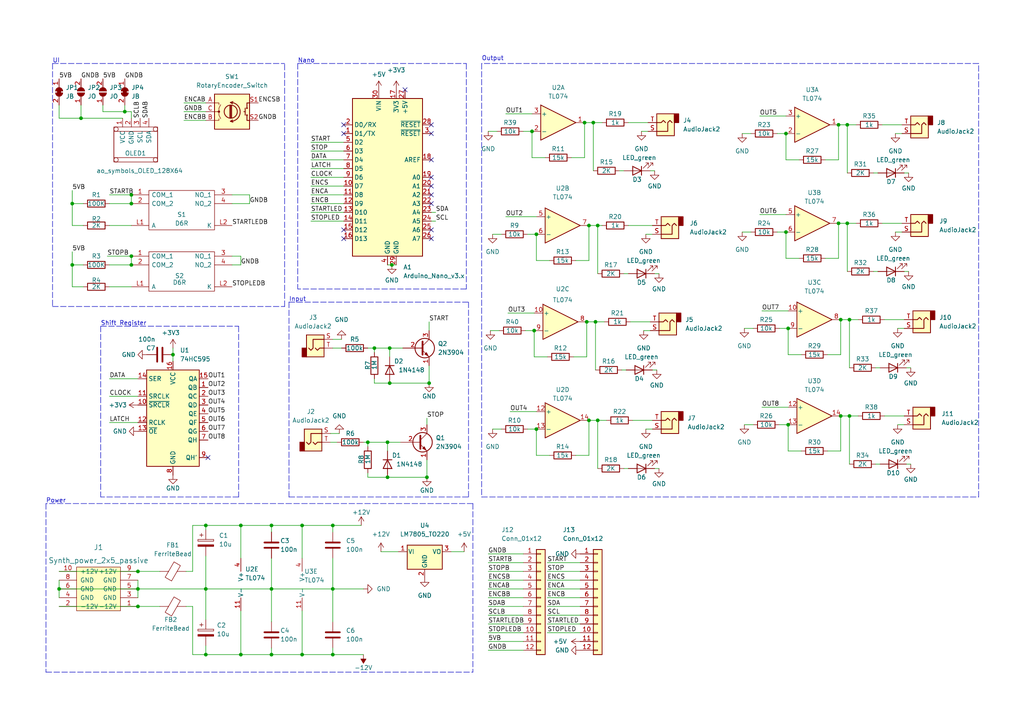
<source format=kicad_sch>
(kicad_sch (version 20211123) (generator eeschema)
  (paper "A4")
  (junction (at 78.74 189.865))
  (junction (at 50.165 102.87))
  (junction (at 243.84 92.71))
  (junction (at 170.18 93.345))
  (junction (at 155.575 124.46))
  (junction (at 246.38 120.65))
  (junction (at 243.205 36.195))
  (junction (at 87.63 152.4))
  (junction (at 78.74 152.4))
  (junction (at 113.03 100.965))
  (junction (at 96.52 152.4))
  (junction (at 38.1 74.295))
  (junction (at 155.575 67.945))
  (junction (at 172.72 93.345))
  (junction (at 40.005 165.735))
  (junction (at 170.815 65.405))
  (junction (at 246.38 92.71))
  (junction (at 172.085 35.56))
  (junction (at 227.965 67.31))
  (junction (at 170.815 121.92))
  (junction (at 96.52 189.865))
  (junction (at 38.1 59.055))
  (junction (at 17.145 170.815))
  (junction (at 96.52 170.815))
  (junction (at 87.63 189.865))
  (junction (at 112.395 138.43))
  (junction (at 36.195 32.385))
  (junction (at 227.965 38.735))
  (junction (at 173.355 121.92))
  (junction (at 59.69 170.815))
  (junction (at 113.665 76.835))
  (junction (at 59.69 152.4))
  (junction (at 113.03 111.125))
  (junction (at 154.94 95.885))
  (junction (at 20.955 76.835))
  (junction (at 245.745 36.195))
  (junction (at 38.1 56.515))
  (junction (at 40.005 170.815))
  (junction (at 112.395 128.27))
  (junction (at 78.74 170.815))
  (junction (at 108.585 100.965))
  (junction (at 243.205 64.77))
  (junction (at 106.68 128.27))
  (junction (at 228.6 95.25))
  (junction (at 173.355 65.405))
  (junction (at 40.005 175.895))
  (junction (at 20.955 59.055))
  (junction (at 59.69 189.865))
  (junction (at 228.6 123.19))
  (junction (at 169.545 35.56))
  (junction (at 123.825 138.43))
  (junction (at 38.1 76.835))
  (junction (at 124.46 111.125))
  (junction (at 243.84 120.65))
  (junction (at 154.305 38.1))
  (junction (at 23.495 34.29))
  (junction (at 69.85 189.865))
  (junction (at 69.85 152.4))
  (junction (at 245.745 64.77))
  (no_connect (at 125.095 53.975))
  (no_connect (at 125.095 59.055))
  (no_connect (at 125.095 51.435))
  (no_connect (at 125.095 56.515))
  (no_connect (at 117.475 26.035))
  (no_connect (at 99.695 38.735))
  (no_connect (at 99.695 36.195))
  (no_connect (at 125.095 46.355))
  (no_connect (at 125.095 36.195))
  (no_connect (at 125.095 38.735))
  (no_connect (at 125.095 66.675))
  (no_connect (at 99.695 66.675))
  (no_connect (at 99.695 69.215))
  (no_connect (at 125.095 69.215))
  (no_connect (at 60.325 132.715))
  (wire (pts (xy 78.74 152.4) (xy 78.74 154.305)))
  (wire (pts (xy 243.205 74.93) (xy 243.205 64.77)))
  (polyline (pts (xy 69.215 94.615) (xy 69.215 144.145)))
  (wire (pts (xy 243.205 36.195) (xy 245.745 36.195)))
  (wire (pts (xy 90.17 51.435) (xy 99.695 51.435)))
  (wire (pts (xy 158.75 165.735) (xy 168.275 165.735)))
  (polyline (pts (xy 139.7 144.145) (xy 283.845 144.145)))
  (wire (pts (xy 36.195 32.385) (xy 38.1 32.385)))
  (wire (pts (xy 141.605 160.655) (xy 151.765 160.655)))
  (wire (pts (xy 78.74 189.865) (xy 87.63 189.865)))
  (polyline (pts (xy 29.21 94.615) (xy 29.21 144.145)))
  (wire (pts (xy 95.885 125.73) (xy 98.425 125.73)))
  (wire (pts (xy 232.41 102.87) (xy 228.6 102.87)))
  (wire (pts (xy 106.68 138.43) (xy 112.395 138.43)))
  (wire (pts (xy 50.165 102.87) (xy 50.165 104.775)))
  (polyline (pts (xy 13.335 194.945) (xy 137.16 194.945)))
  (wire (pts (xy 153.035 67.945) (xy 155.575 67.945)))
  (wire (pts (xy 159.385 75.565) (xy 155.575 75.565)))
  (wire (pts (xy 158.75 173.355) (xy 168.275 173.355)))
  (wire (pts (xy 126.365 64.135) (xy 125.095 64.135)))
  (wire (pts (xy 155.575 132.08) (xy 155.575 124.46)))
  (wire (pts (xy 158.115 45.72) (xy 154.305 45.72)))
  (wire (pts (xy 173.355 135.89) (xy 173.355 121.92)))
  (wire (pts (xy 170.815 65.405) (xy 173.355 65.405)))
  (wire (pts (xy 226.06 123.19) (xy 228.6 123.19)))
  (wire (pts (xy 243.84 102.87) (xy 243.84 92.71)))
  (wire (pts (xy 141.605 186.055) (xy 151.765 186.055)))
  (wire (pts (xy 35.56 34.29) (xy 23.495 34.29)))
  (wire (pts (xy 220.98 118.11) (xy 228.6 118.11)))
  (wire (pts (xy 141.605 180.975) (xy 151.765 180.975)))
  (wire (pts (xy 245.745 50.165) (xy 245.745 36.195)))
  (wire (pts (xy 186.69 95.885) (xy 188.595 95.885)))
  (wire (pts (xy 173.355 121.92) (xy 175.895 121.92)))
  (wire (pts (xy 31.75 83.185) (xy 38.1 83.185)))
  (polyline (pts (xy 135.255 18.415) (xy 135.255 83.82)))
  (wire (pts (xy 191.135 79.375) (xy 189.865 79.375)))
  (wire (pts (xy 263.525 50.165) (xy 262.255 50.165)))
  (wire (pts (xy 87.63 161.925) (xy 87.63 152.4)))
  (polyline (pts (xy 83.82 87.63) (xy 83.82 144.145)))
  (polyline (pts (xy 83.82 144.145) (xy 135.89 144.145)))
  (wire (pts (xy 96.52 170.815) (xy 105.41 170.815)))
  (wire (pts (xy 147.955 119.38) (xy 155.575 119.38)))
  (wire (pts (xy 96.52 98.425) (xy 99.06 98.425)))
  (wire (pts (xy 17.145 170.815) (xy 17.145 173.355)))
  (wire (pts (xy 172.72 93.345) (xy 175.26 93.345)))
  (wire (pts (xy 167.005 132.08) (xy 170.815 132.08)))
  (wire (pts (xy 182.245 65.405) (xy 189.23 65.405)))
  (wire (pts (xy 141.605 165.735) (xy 151.765 165.735)))
  (wire (pts (xy 87.63 177.165) (xy 87.63 189.865)))
  (wire (pts (xy 254 106.68) (xy 255.27 106.68)))
  (wire (pts (xy 166.37 103.505) (xy 170.18 103.505)))
  (wire (pts (xy 169.545 45.72) (xy 169.545 35.56)))
  (wire (pts (xy 113.03 100.965) (xy 113.03 103.505)))
  (wire (pts (xy 108.585 109.855) (xy 108.585 111.125)))
  (wire (pts (xy 170.815 132.08) (xy 170.815 121.92)))
  (polyline (pts (xy 83.82 87.63) (xy 135.89 87.63)))
  (wire (pts (xy 38.1 32.385) (xy 38.1 34.29)))
  (wire (pts (xy 78.74 170.815) (xy 78.74 180.34)))
  (wire (pts (xy 183.515 121.92) (xy 189.23 121.92)))
  (wire (pts (xy 126.365 61.595) (xy 125.095 61.595)))
  (wire (pts (xy 53.975 165.735) (xy 55.88 165.735)))
  (wire (pts (xy 141.605 38.1) (xy 144.145 38.1)))
  (wire (pts (xy 40.005 168.275) (xy 40.005 170.815)))
  (wire (pts (xy 215.9 95.25) (xy 218.44 95.25)))
  (wire (pts (xy 180.34 107.315) (xy 181.61 107.315)))
  (wire (pts (xy 90.17 53.975) (xy 99.695 53.975)))
  (wire (pts (xy 142.875 124.46) (xy 145.415 124.46)))
  (wire (pts (xy 20.955 55.245) (xy 20.955 59.055)))
  (wire (pts (xy 152.4 95.885) (xy 154.94 95.885)))
  (wire (pts (xy 256.54 120.65) (xy 262.255 120.65)))
  (wire (pts (xy 141.605 168.275) (xy 151.765 168.275)))
  (wire (pts (xy 112.395 138.43) (xy 123.825 138.43)))
  (wire (pts (xy 17.145 34.29) (xy 23.495 34.29)))
  (wire (pts (xy 90.17 56.515) (xy 99.695 56.515)))
  (wire (pts (xy 123.825 138.43) (xy 123.825 133.35)))
  (wire (pts (xy 153.035 124.46) (xy 155.575 124.46)))
  (wire (pts (xy 59.69 161.29) (xy 59.69 170.815)))
  (wire (pts (xy 239.395 74.93) (xy 243.205 74.93)))
  (wire (pts (xy 255.905 36.195) (xy 261.62 36.195)))
  (wire (pts (xy 20.955 76.835) (xy 24.13 76.835)))
  (wire (pts (xy 159.385 132.08) (xy 155.575 132.08)))
  (wire (pts (xy 141.605 188.595) (xy 151.765 188.595)))
  (wire (pts (xy 112.395 128.27) (xy 116.205 128.27)))
  (wire (pts (xy 228.6 130.81) (xy 228.6 123.19)))
  (wire (pts (xy 55.88 152.4) (xy 59.69 152.4)))
  (wire (pts (xy 87.63 152.4) (xy 78.74 152.4)))
  (wire (pts (xy 67.31 76.835) (xy 69.85 76.835)))
  (wire (pts (xy 158.75 163.195) (xy 168.275 163.195)))
  (polyline (pts (xy 15.24 88.9) (xy 82.55 88.9)))
  (wire (pts (xy 259.715 67.31) (xy 261.62 67.31)))
  (wire (pts (xy 72.39 56.515) (xy 72.39 59.055)))
  (wire (pts (xy 141.605 175.895) (xy 151.765 175.895)))
  (polyline (pts (xy 283.845 18.415) (xy 139.7 18.415)))
  (wire (pts (xy 96.52 152.4) (xy 104.775 152.4)))
  (wire (pts (xy 154.94 103.505) (xy 154.94 95.885)))
  (wire (pts (xy 172.085 35.56) (xy 174.625 35.56)))
  (wire (pts (xy 95.885 128.27) (xy 97.79 128.27)))
  (polyline (pts (xy 86.36 18.415) (xy 135.255 18.415)))
  (wire (pts (xy 124.46 93.345) (xy 124.46 95.885)))
  (wire (pts (xy 96.52 100.965) (xy 99.06 100.965)))
  (wire (pts (xy 142.24 95.885) (xy 144.78 95.885)))
  (wire (pts (xy 31.75 122.555) (xy 40.005 122.555)))
  (polyline (pts (xy 15.24 18.415) (xy 82.55 18.415)))
  (wire (pts (xy 180.975 79.375) (xy 182.245 79.375)))
  (wire (pts (xy 31.75 109.855) (xy 40.005 109.855)))
  (wire (pts (xy 172.085 49.53) (xy 172.085 35.56)))
  (wire (pts (xy 190.5 107.315) (xy 189.23 107.315)))
  (wire (pts (xy 96.52 189.865) (xy 105.41 189.865)))
  (wire (pts (xy 158.75 178.435) (xy 168.275 178.435)))
  (wire (pts (xy 172.72 107.315) (xy 172.72 93.345)))
  (wire (pts (xy 180.975 135.89) (xy 182.245 135.89)))
  (wire (pts (xy 96.52 187.96) (xy 96.52 189.865)))
  (wire (pts (xy 90.17 61.595) (xy 99.695 61.595)))
  (polyline (pts (xy 86.36 18.415) (xy 86.36 83.82)))
  (wire (pts (xy 112.395 76.835) (xy 113.665 76.835)))
  (wire (pts (xy 155.575 75.565) (xy 155.575 67.945)))
  (wire (pts (xy 59.69 152.4) (xy 69.85 152.4)))
  (wire (pts (xy 220.345 33.655) (xy 227.965 33.655)))
  (wire (pts (xy 154.305 45.72) (xy 154.305 38.1)))
  (wire (pts (xy 108.585 100.965) (xy 108.585 102.235)))
  (wire (pts (xy 69.85 152.4) (xy 69.85 161.925)))
  (wire (pts (xy 40.005 170.815) (xy 59.69 170.815)))
  (wire (pts (xy 50.165 100.965) (xy 50.165 102.87)))
  (wire (pts (xy 173.355 79.375) (xy 173.355 65.405)))
  (wire (pts (xy 141.605 163.195) (xy 151.765 163.195)))
  (wire (pts (xy 31.75 76.835) (xy 38.1 76.835)))
  (wire (pts (xy 53.34 32.385) (xy 59.69 32.385)))
  (wire (pts (xy 59.69 189.865) (xy 59.69 187.325)))
  (wire (pts (xy 146.685 62.865) (xy 155.575 62.865)))
  (wire (pts (xy 264.16 134.62) (xy 262.89 134.62)))
  (wire (pts (xy 158.75 170.815) (xy 168.275 170.815)))
  (wire (pts (xy 240.03 102.87) (xy 243.84 102.87)))
  (wire (pts (xy 96.52 161.925) (xy 96.52 170.815)))
  (wire (pts (xy 59.69 170.815) (xy 78.74 170.815)))
  (wire (pts (xy 231.775 74.93) (xy 227.965 74.93)))
  (wire (pts (xy 191.135 135.89) (xy 189.865 135.89)))
  (wire (pts (xy 243.84 92.71) (xy 246.38 92.71)))
  (polyline (pts (xy 137.16 146.05) (xy 13.335 146.05)))
  (wire (pts (xy 158.75 180.975) (xy 168.275 180.975)))
  (wire (pts (xy 146.685 33.02) (xy 154.305 33.02)))
  (wire (pts (xy 67.31 56.515) (xy 72.39 56.515)))
  (wire (pts (xy 29.845 32.385) (xy 36.195 32.385)))
  (wire (pts (xy 246.38 120.65) (xy 248.92 120.65)))
  (wire (pts (xy 106.68 137.16) (xy 106.68 138.43)))
  (wire (pts (xy 228.6 102.87) (xy 228.6 95.25)))
  (wire (pts (xy 141.605 183.515) (xy 151.765 183.515)))
  (wire (pts (xy 232.41 130.81) (xy 228.6 130.81)))
  (wire (pts (xy 90.17 41.275) (xy 99.695 41.275)))
  (wire (pts (xy 141.605 173.355) (xy 151.765 173.355)))
  (wire (pts (xy 105.41 128.27) (xy 106.68 128.27)))
  (wire (pts (xy 225.425 67.31) (xy 227.965 67.31)))
  (wire (pts (xy 96.52 152.4) (xy 96.52 154.305)))
  (wire (pts (xy 220.345 62.23) (xy 227.965 62.23)))
  (wire (pts (xy 124.46 111.125) (xy 124.46 106.045)))
  (wire (pts (xy 264.16 106.68) (xy 262.89 106.68)))
  (wire (pts (xy 69.85 74.295) (xy 69.85 76.835)))
  (wire (pts (xy 189.865 49.53) (xy 188.595 49.53)))
  (wire (pts (xy 31.75 59.055) (xy 38.1 59.055)))
  (wire (pts (xy 38.1 56.515) (xy 38.1 59.055)))
  (wire (pts (xy 240.03 130.81) (xy 243.84 130.81)))
  (wire (pts (xy 245.745 78.74) (xy 245.745 64.77)))
  (wire (pts (xy 245.745 64.77) (xy 248.285 64.77)))
  (wire (pts (xy 227.965 74.93) (xy 227.965 67.31)))
  (wire (pts (xy 17.145 170.815) (xy 40.005 170.815)))
  (wire (pts (xy 254 134.62) (xy 255.27 134.62)))
  (wire (pts (xy 243.205 46.355) (xy 243.205 36.195)))
  (wire (pts (xy 182.88 93.345) (xy 188.595 93.345)))
  (polyline (pts (xy 135.89 144.145) (xy 135.89 87.63)))
  (wire (pts (xy 106.68 128.27) (xy 112.395 128.27)))
  (wire (pts (xy 158.75 103.505) (xy 154.94 103.505)))
  (wire (pts (xy 170.815 121.92) (xy 173.355 121.92)))
  (wire (pts (xy 215.9 123.19) (xy 218.44 123.19)))
  (wire (pts (xy 151.765 38.1) (xy 154.305 38.1)))
  (wire (pts (xy 96.52 170.815) (xy 96.52 180.34)))
  (wire (pts (xy 187.325 67.945) (xy 189.23 67.945)))
  (wire (pts (xy 243.84 130.81) (xy 243.84 120.65)))
  (wire (pts (xy 170.815 75.565) (xy 170.815 65.405)))
  (polyline (pts (xy 13.335 146.05) (xy 13.335 194.945)))
  (wire (pts (xy 110.49 160.02) (xy 115.57 160.02)))
  (wire (pts (xy 186.055 38.1) (xy 187.96 38.1)))
  (wire (pts (xy 243.205 64.77) (xy 245.745 64.77)))
  (wire (pts (xy 20.955 73.025) (xy 20.955 76.835)))
  (wire (pts (xy 108.585 100.965) (xy 113.03 100.965)))
  (wire (pts (xy 123.825 121.285) (xy 123.825 123.19)))
  (polyline (pts (xy 82.55 88.9) (xy 82.55 18.415)))
  (wire (pts (xy 246.38 106.68) (xy 246.38 92.71)))
  (wire (pts (xy 227.965 46.355) (xy 227.965 38.735)))
  (wire (pts (xy 170.18 93.345) (xy 172.72 93.345)))
  (polyline (pts (xy 29.21 94.615) (xy 69.215 94.615)))
  (wire (pts (xy 165.735 45.72) (xy 169.545 45.72)))
  (wire (pts (xy 215.265 67.31) (xy 217.805 67.31)))
  (wire (pts (xy 53.975 175.895) (xy 55.88 175.895)))
  (wire (pts (xy 259.715 38.735) (xy 261.62 38.735)))
  (wire (pts (xy 36.195 30.48) (xy 36.195 32.385)))
  (wire (pts (xy 246.38 92.71) (xy 248.92 92.71)))
  (wire (pts (xy 78.74 161.925) (xy 78.74 170.815)))
  (wire (pts (xy 67.31 74.295) (xy 69.85 74.295)))
  (wire (pts (xy 40.005 165.735) (xy 46.355 165.735)))
  (wire (pts (xy 67.31 59.055) (xy 72.39 59.055)))
  (wire (pts (xy 158.75 168.275) (xy 168.275 168.275)))
  (wire (pts (xy 260.35 95.25) (xy 262.255 95.25)))
  (wire (pts (xy 17.145 165.735) (xy 40.005 165.735)))
  (wire (pts (xy 253.365 78.74) (xy 254.635 78.74)))
  (wire (pts (xy 142.875 67.945) (xy 145.415 67.945)))
  (wire (pts (xy 55.88 189.865) (xy 59.69 189.865)))
  (wire (pts (xy 169.545 35.56) (xy 172.085 35.56)))
  (wire (pts (xy 106.68 128.27) (xy 106.68 129.54)))
  (wire (pts (xy 40.005 170.815) (xy 40.005 173.355)))
  (wire (pts (xy 90.17 46.355) (xy 99.695 46.355)))
  (wire (pts (xy 40.005 175.895) (xy 46.355 175.895)))
  (wire (pts (xy 108.585 111.125) (xy 113.03 111.125)))
  (wire (pts (xy 78.74 187.96) (xy 78.74 189.865)))
  (wire (pts (xy 90.17 64.135) (xy 99.695 64.135)))
  (wire (pts (xy 187.325 124.46) (xy 189.23 124.46)))
  (wire (pts (xy 17.145 30.48) (xy 17.145 34.29)))
  (wire (pts (xy 69.85 189.865) (xy 59.69 189.865)))
  (wire (pts (xy 225.425 38.735) (xy 227.965 38.735)))
  (wire (pts (xy 87.63 152.4) (xy 96.52 152.4)))
  (polyline (pts (xy 69.215 144.145) (xy 29.21 144.145)))
  (wire (pts (xy 31.75 114.935) (xy 40.005 114.935)))
  (polyline (pts (xy 135.255 83.82) (xy 86.36 83.82)))
  (wire (pts (xy 173.355 65.405) (xy 174.625 65.405)))
  (wire (pts (xy 20.955 59.055) (xy 24.13 59.055)))
  (wire (pts (xy 231.775 46.355) (xy 227.965 46.355)))
  (polyline (pts (xy 283.845 144.145) (xy 283.845 18.415)))
  (wire (pts (xy 226.06 95.25) (xy 228.6 95.25)))
  (wire (pts (xy 31.75 65.405) (xy 38.1 65.405)))
  (wire (pts (xy 253.365 50.165) (xy 254.635 50.165)))
  (wire (pts (xy 158.75 183.515) (xy 168.275 183.515)))
  (wire (pts (xy 59.69 170.815) (xy 59.69 179.705)))
  (wire (pts (xy 220.98 90.17) (xy 228.6 90.17)))
  (wire (pts (xy 141.605 170.815) (xy 151.765 170.815)))
  (wire (pts (xy 158.75 175.895) (xy 168.275 175.895)))
  (wire (pts (xy 90.17 43.815) (xy 99.695 43.815)))
  (wire (pts (xy 20.955 65.405) (xy 20.955 59.055)))
  (wire (pts (xy 90.17 48.895) (xy 99.695 48.895)))
  (wire (pts (xy 24.13 65.405) (xy 20.955 65.405)))
  (wire (pts (xy 29.845 30.48) (xy 29.845 32.385)))
  (wire (pts (xy 31.115 74.295) (xy 38.1 74.295)))
  (polyline (pts (xy 139.7 18.415) (xy 139.7 144.145)))
  (wire (pts (xy 113.03 100.965) (xy 116.84 100.965)))
  (wire (pts (xy 245.745 36.195) (xy 248.285 36.195)))
  (wire (pts (xy 182.245 35.56) (xy 187.96 35.56)))
  (wire (pts (xy 113.03 111.125) (xy 124.46 111.125)))
  (wire (pts (xy 243.84 120.65) (xy 246.38 120.65)))
  (wire (pts (xy 17.145 168.275) (xy 17.145 170.815)))
  (wire (pts (xy 246.38 134.62) (xy 246.38 120.65)))
  (wire (pts (xy 59.69 152.4) (xy 59.69 153.67)))
  (wire (pts (xy 24.13 83.185) (xy 20.955 83.185)))
  (wire (pts (xy 69.85 189.865) (xy 78.74 189.865)))
  (wire (pts (xy 55.88 175.895) (xy 55.88 189.865)))
  (wire (pts (xy 53.34 34.925) (xy 59.69 34.925)))
  (wire (pts (xy 78.74 170.815) (xy 96.52 170.815)))
  (wire (pts (xy 55.88 165.735) (xy 55.88 152.4)))
  (wire (pts (xy 130.81 160.02) (xy 134.62 160.02)))
  (wire (pts (xy 147.32 90.805) (xy 154.94 90.805)))
  (wire (pts (xy 20.955 83.185) (xy 20.955 76.835)))
  (wire (pts (xy 256.54 92.71) (xy 262.255 92.71)))
  (wire (pts (xy 90.17 59.055) (xy 99.695 59.055)))
  (wire (pts (xy 106.68 100.965) (xy 108.585 100.965)))
  (wire (pts (xy 167.005 75.565) (xy 170.815 75.565)))
  (wire (pts (xy 263.525 78.74) (xy 262.255 78.74)))
  (wire (pts (xy 31.75 56.515) (xy 38.1 56.515)))
  (wire (pts (xy 260.35 123.19) (xy 262.255 123.19)))
  (wire (pts (xy 17.145 175.895) (xy 40.005 175.895)))
  (wire (pts (xy 255.905 64.77) (xy 261.62 64.77)))
  (wire (pts (xy 215.265 38.735) (xy 217.805 38.735)))
  (wire (pts (xy 23.495 30.48) (xy 23.495 34.29)))
  (wire (pts (xy 170.18 103.505) (xy 170.18 93.345)))
  (wire (pts (xy 69.85 152.4) (xy 78.74 152.4)))
  (wire (pts (xy 53.34 29.845) (xy 59.69 29.845)))
  (wire (pts (xy 141.605 178.435) (xy 151.765 178.435)))
  (wire (pts (xy 179.705 49.53) (xy 180.975 49.53)))
  (wire (pts (xy 113.665 76.835) (xy 114.935 76.835)))
  (polyline (pts (xy 137.16 146.05) (xy 137.16 194.945)))
  (wire (pts (xy 96.52 189.865) (xy 87.63 189.865)))
  (wire (pts (xy 112.395 128.27) (xy 112.395 130.81)))
  (wire (pts (xy 69.85 177.165) (xy 69.85 189.865)))
  (polyline (pts (xy 15.24 18.415) (xy 15.24 88.9)))
  (wire (pts (xy 239.395 46.355) (xy 243.205 46.355)))
  (wire (pts (xy 38.1 74.295) (xy 38.1 76.835)))
  (text "Input" (at 83.82 87.63 0) (effects (font (size 1.27 1.27)) (justify left bottom)))
  (text "Nano" (at 86.36 18.415 0) (effects (font (size 1.27 1.27)) (justify left bottom)))
  (text "UI" (at 15.24 18.415 0) (effects (font (size 1.27 1.27)) (justify left bottom)))
  (text "Shift Register" (at 29.21 94.615 0) (effects (font (size 1.27 1.27)) (justify left bottom)))
  (text "Power" (at 13.335 146.05 0) (effects (font (size 1.27 1.27)) (justify left bottom)))
  (text "Output" (at 139.7 17.78 0) (effects (font (size 1.27 1.27)) (justify left bottom)))
  (label "SDA" (at 158.75 175.895 0))
  (label "STOPLEDB" (at 141.605 183.515 0))
  (label "STOPLEDB" (at 67.31 83.185 0))
  (label "STARTLED" (at 90.17 61.595 0))
  (label "SCL" (at 158.75 178.435 0))
  (label "OUT1" (at 60.325 109.855 0))
  (label "5VB" (at 17.145 22.86 0))
  (label "ENCB" (at 90.17 59.055 0))
  (label "ENCSB" (at 74.93 29.845 0))
  (label "ENCA" (at 158.75 170.815 0))
  (label "OUT4" (at 147.955 119.38 0))
  (label "GNDB" (at 141.605 188.595 0))
  (label "ENCAB" (at 53.34 29.845 0))
  (label "5VB" (at 29.845 22.86 0))
  (label "ENCBB" (at 53.34 34.925 0))
  (label "STARTLED" (at 158.75 180.975 0))
  (label "LATCH" (at 31.75 122.555 0))
  (label "GNDB" (at 23.495 22.86 0))
  (label "ENCB" (at 158.75 173.355 0))
  (label "STARTLEDB" (at 67.31 65.405 0))
  (label "CLOCK" (at 90.17 51.435 0))
  (label "SCL" (at 126.365 64.135 0))
  (label "START" (at 124.46 93.345 0))
  (label "5VB" (at 20.955 55.245 0))
  (label "STARTLEDB" (at 141.605 180.975 0))
  (label "GNDB" (at 72.39 59.055 0))
  (label "SDAB" (at 141.605 175.895 0))
  (label "ENCS" (at 158.75 168.275 0))
  (label "OUT5" (at 60.325 120.015 0))
  (label "OUT1" (at 146.685 33.02 0))
  (label "OUT5" (at 220.345 33.655 0))
  (label "STOPLED" (at 90.17 64.135 0))
  (label "5VB" (at 141.605 186.055 0))
  (label "LATCH" (at 90.17 48.895 0))
  (label "OUT6" (at 60.325 122.555 0))
  (label "SDA" (at 126.365 61.595 0))
  (label "STOPB" (at 31.115 74.295 0))
  (label "STOPLED" (at 158.75 183.515 0))
  (label "STARTB" (at 31.75 56.515 0))
  (label "GNDB" (at 141.605 160.655 0))
  (label "OUT2" (at 146.685 62.865 0))
  (label "OUT3" (at 147.32 90.805 0))
  (label "ENCSB" (at 141.605 168.275 0))
  (label "ENCA" (at 90.17 56.515 0))
  (label "OUT6" (at 220.345 62.23 0))
  (label "SCLB" (at 40.64 34.29 90))
  (label "DATA" (at 31.75 109.855 0))
  (label "DATA" (at 90.17 46.355 0))
  (label "SCLB" (at 141.605 178.435 0))
  (label "OUT7" (at 60.325 125.095 0))
  (label "5VB" (at 20.955 73.025 0))
  (label "GNDB" (at 36.195 22.86 0))
  (label "STOP" (at 123.825 121.285 0))
  (label "OUT8" (at 60.325 127.635 0))
  (label "GNDB" (at 74.93 34.925 0))
  (label "ENCAB" (at 141.605 170.815 0))
  (label "STOP" (at 158.75 165.735 0))
  (label "GNDB" (at 53.34 32.385 0))
  (label "OUT7" (at 220.98 90.17 0))
  (label "CLOCK" (at 31.75 114.935 0))
  (label "GNDB" (at 69.85 76.835 0))
  (label "OUT8" (at 220.98 118.11 0))
  (label "SDAB" (at 43.18 34.29 90))
  (label "OUT4" (at 60.325 117.475 0))
  (label "ENCBB" (at 141.605 173.355 0))
  (label "STOP" (at 90.17 43.815 0))
  (label "ENCS" (at 90.17 53.975 0))
  (label "START" (at 90.17 41.275 0))
  (label "START" (at 158.75 163.195 0))
  (label "STOPB" (at 141.605 165.735 0))
  (label "STARTB" (at 141.605 163.195 0))
  (label "OUT3" (at 60.325 114.935 0))
  (label "OUT2" (at 60.325 112.395 0))
  (symbol (lib_id "ao_symbols:R") (at 176.53 107.315 90) (unit 1)
    (property "Reference" "R16" (at 176.53 104.775 90))
    (property "Value" "2K" (at 176.53 107.315 90))
    (property "Footprint" "ao_tht:R_Axial_DIN0207_L6.3mm_D2.5mm_P10.16mm_Horizontal" (effects hide))
    (property "Vendor" "Tayda" (effects hide))
  )
  (symbol (lib_id "ao_symbols:Synth_power_2x5_passive") (at 28.575 170.815 0) (unit 1)
    (property "Reference" "J1" (at 28.575 158.75 0) (effects (font (size 1.524 1.524))))
    (property "Value" "Synth_power_2x5_passive" (at 28.575 162.56 0) (effects (font (size 1.524 1.524))))
    (property "Footprint" "ao_tht:Power_Header" (effects hide))
    (property "Vendor" "Tayda" (effects hide))
    (property "SKU" "A-2939" (effects hide))
  )
  (symbol (lib_id "ao_symbols:R") (at 175.895 49.53 90) (unit 1)
    (property "Reference" "R15" (at 175.895 46.99 90))
    (property "Value" "2K" (at 175.895 49.53 90))
    (property "Footprint" "ao_tht:R_Axial_DIN0207_L6.3mm_D2.5mm_P10.16mm_Horizontal" (effects hide))
    (property "Vendor" "Tayda" (effects hide))
  )
  (symbol (lib_id "power:GND") (at 215.9 95.25 0) (unit 1)
    (property "Reference" "#PWR0136" (effects hide))
    (property "Value" "GND" (at 215.9 100.33 0))
  )
  (symbol (lib_id "power:GND") (at 186.69 95.885 0) (unit 1)
    (property "Reference" "#PWR0144" (effects hide))
    (property "Value" "GND" (at 186.69 100.965 0))
  )
  (symbol (lib_id "ao_symbols:TL074") (at 163.195 121.92 0) (unit 4)
    (property "Reference" "U2" (at 163.195 113.03 0))
    (property "Value" "TL074" (at 163.195 115.57 0))
    (property "Footprint" "ao_tht:DIP-14_W7.62mm_Socket_LongPads" (effects hide))
    (property "Vendor" "Tayda" (effects hide))
    (property "SKU" "A-1138" (effects hide))
  )
  (symbol (lib_id "ao_symbols:R") (at 235.585 46.355 90) (unit 1)
    (property "Reference" "R27" (at 235.585 43.815 90))
    (property "Value" "15k" (at 235.585 46.355 90))
    (property "Footprint" "ao_tht:R_Axial_DIN0207_L6.3mm_D2.5mm_P10.16mm_Horizontal" (effects hide))
    (property "Vendor" "Tayda" (effects hide))
  )
  (symbol (lib_id "ao_symbols:CP") (at 59.69 157.48 0) (unit 1)
    (property "Reference" "C1" (at 63.5 155.3209 0) (effects (justify left)))
    (property "Value" "10u" (at 63.5 157.8609 0) (effects (justify left)))
    (property "Footprint" "ao_tht:CP_Radial_D6.3mm_P2.50mm" (effects hide))
    (property "Vendor" "Tayda" (effects hide))
  )
  (symbol (lib_id "ao_symbols:AudioJack2") (at 267.335 92.71 180) (unit 1)
    (property "Reference" "J10" (at 272.415 92.0749 0) (effects (justify right)))
    (property "Value" "AudioJack2" (at 272.415 94.6149 0) (effects (justify right)))
    (property "Footprint" "ao_tht:Jack_6.35mm_PJ_629HAN" (effects hide))
    (property "Vendor" "Tayda" (effects hide))
    (property "SKU" "A-1121" (effects hide))
  )
  (symbol (lib_id "ao_symbols:R") (at 235.585 74.93 90) (unit 1)
    (property "Reference" "R28" (at 235.585 72.39 90))
    (property "Value" "15k" (at 235.585 74.93 90))
    (property "Footprint" "ao_tht:R_Axial_DIN0207_L6.3mm_D2.5mm_P10.16mm_Horizontal" (effects hide))
    (property "Vendor" "Tayda" (effects hide))
  )
  (symbol (lib_id "power:+3V3") (at 114.935 26.035 0) (unit 1)
    (property "Reference" "#PWR05" (effects hide))
    (property "Value" "+3V3" (at 114.935 20.32 0))
  )
  (symbol (lib_id "power:GND") (at 191.135 79.375 0) (unit 1)
    (property "Reference" "#PWR0145" (effects hide))
    (property "Value" "GND" (at 191.135 83.82 0))
  )
  (symbol (lib_id "ao_symbols:C") (at 78.74 158.115 0) (unit 1)
    (property "Reference" "C3" (at 81.28 156.845 0) (effects (justify left)))
    (property "Value" "100n" (at 81.28 159.385 0) (effects (justify left)))
    (property "Footprint" "ao_tht:C_Rect_L7.2mm_W2.5mm_P5.00mm_FKS2_FKP2_MKS2_MKP2" (effects hide))
    (property "Vendor" "Tayda" (effects hide))
  )
  (symbol (lib_id "power:+5V") (at 109.855 26.035 0) (unit 1)
    (property "Reference" "#PWR0114" (effects hide))
    (property "Value" "+5V" (at 109.855 21.59 0))
  )
  (symbol (lib_id "ao_symbols:Arduino_Nano_v3.x") (at 112.395 51.435 0) (unit 1)
    (property "Reference" "A1" (at 116.9544 77.47 0) (effects (justify left)))
    (property "Value" "Arduino_Nano_v3.x" (at 116.9544 80.01 0) (effects (justify left)))
    (property "Footprint" "Module:Arduino_Nano" (effects hide))
    (property "Datasheet" "http://www.mouser.com/pdfdocs/Gravitech_Arduino_Nano3_0.pdf" (effects hide))
    (property "Vendor" "Tayda" (effects hide))
    (property "SKU" "A-2864" (effects hide))
  )
  (symbol (lib_id "ao_symbols:R") (at 236.22 102.87 90) (unit 1)
    (property "Reference" "R29" (at 236.22 100.33 90))
    (property "Value" "15k" (at 236.22 102.87 90))
    (property "Footprint" "ao_tht:R_Axial_DIN0207_L6.3mm_D2.5mm_P10.16mm_Horizontal" (effects hide))
    (property "Vendor" "Tayda" (effects hide))
  )
  (symbol (lib_id "ao_symbols:R") (at 252.095 36.195 90) (unit 1)
    (property "Reference" "R35" (at 252.095 33.655 90))
    (property "Value" "1k" (at 252.095 36.195 90))
    (property "Footprint" "ao_tht:R_Axial_DIN0207_L6.3mm_D2.5mm_P10.16mm_Horizontal" (effects hide))
    (property "Vendor" "Tayda" (effects hide))
  )
  (symbol (lib_id "ao_symbols:C") (at 78.74 184.15 180) (unit 1)
    (property "Reference" "C4" (at 81.28 182.88 0) (effects (justify right)))
    (property "Value" "100n" (at 81.28 185.42 0) (effects (justify right)))
    (property "Footprint" "ao_tht:C_Rect_L7.2mm_W2.5mm_P5.00mm_FKS2_FKP2_MKS2_MKP2" (effects hide))
    (property "Vendor" "Tayda" (effects hide))
  )
  (symbol (lib_id "ao_symbols:LED_green") (at 186.055 135.89 180) (unit 1)
    (property "Reference" "D6" (at 186.055 138.43 0))
    (property "Value" "LED_green" (at 186.69 132.08 0))
    (property "Footprint" "ao_tht:LED_D5.0mm" (effects hide))
    (property "Vendor" "Tayda" (effects hide))
    (property "SKU" "A-1553" (effects hide))
  )
  (symbol (lib_id "ao_symbols:TL074") (at 72.39 169.545 0) (unit 5)
    (property "Reference" "U2" (at 71.12 165.1 0) (effects (justify left)))
    (property "Value" "TL074" (at 71.12 167.64 0) (effects (justify left)))
    (property "Footprint" "ao_tht:DIP-14_W7.62mm_Socket_LongPads" (effects hide))
    (property "Vendor" "Tayda" (effects hide))
    (property "SKU" "A-1138" (effects hide))
  )
  (symbol (lib_id "power:GND") (at 98.425 125.73 180) (unit 1)
    (property "Reference" "#PWR0112" (effects hide))
    (property "Value" "GND" (at 98.425 120.65 0))
  )
  (symbol (lib_id "power:GND") (at 141.605 38.1 0) (unit 1)
    (property "Reference" "#PWR0124" (effects hide))
    (property "Value" "GND" (at 141.605 43.18 0))
  )
  (symbol (lib_id "ao_symbols:R") (at 222.25 95.25 90) (unit 1)
    (property "Reference" "R25" (at 222.25 92.71 90))
    (property "Value" "10k" (at 222.25 95.25 90))
    (property "Footprint" "ao_tht:R_Axial_DIN0207_L6.3mm_D2.5mm_P10.16mm_Horizontal" (effects hide))
    (property "Vendor" "Tayda" (effects hide))
  )
  (symbol (lib_id "power:GND") (at 186.055 38.1 0) (unit 1)
    (property "Reference" "#PWR0128" (effects hide))
    (property "Value" "GND" (at 186.055 43.18 0))
  )
  (symbol (lib_id "ao_symbols:R") (at 250.19 134.62 90) (unit 1)
    (property "Reference" "R34" (at 250.19 132.08 90))
    (property "Value" "2K" (at 250.19 134.62 90))
    (property "Footprint" "ao_tht:R_Axial_DIN0207_L6.3mm_D2.5mm_P10.16mm_Horizontal" (effects hide))
    (property "Vendor" "Tayda" (effects hide))
  )
  (symbol (lib_id "ao_symbols:D6R") (at 38.1 67.945 0) (unit 1)
    (property "Reference" "S1" (at 52.705 62.23 0))
    (property "Value" "D6R" (at 52.705 64.77 0))
    (property "Footprint" "ao_tht:D6R" (effects hide))
    (property "Datasheet" "https://assets.alliedelec.com/v1602325391/Datasheets/ab45f81cae5f142cfc7030fd0f594e31.pdf" (effects hide))
    (property "Description" "SPST Momentary Key Switches" (effects hide))
    (property "Height" "14.3" (effects hide))
    (property "Manufacturer_Name" "C & K COMPONENTS" (effects hide))
    (property "Manufacturer_Part_Number" "D6RLGNF1+LFS" (effects hide))
  )
  (symbol (lib_id "power:GND") (at 142.24 95.885 0) (unit 1)
    (property "Reference" "#PWR0113" (effects hide))
    (property "Value" "GND" (at 142.24 100.965 0))
  )
  (symbol (lib_id "power:+12V") (at 110.49 160.02 0) (unit 1)
    (property "Reference" "#PWR0103" (effects hide))
    (property "Value" "+12V" (at 110.49 154.94 0))
  )
  (symbol (lib_id "ao_symbols:R") (at 147.955 38.1 90) (unit 1)
    (property "Reference" "R39" (at 147.955 35.56 90))
    (property "Value" "10k" (at 147.955 38.1 90))
    (property "Footprint" "ao_tht:R_Axial_DIN0207_L6.3mm_D2.5mm_P10.16mm_Horizontal" (effects hide))
    (property "Vendor" "Tayda" (effects hide))
  )
  (symbol (lib_id "power:GND") (at 191.135 135.89 0) (unit 1)
    (property "Reference" "#PWR0142" (effects hide))
    (property "Value" "GND" (at 191.135 140.335 0))
  )
  (symbol (lib_id "ao_symbols:R") (at 249.555 78.74 90) (unit 1)
    (property "Reference" "R32" (at 249.555 76.2 90))
    (property "Value" "2K" (at 249.555 78.74 90))
    (property "Footprint" "ao_tht:R_Axial_DIN0207_L6.3mm_D2.5mm_P10.16mm_Horizontal" (effects hide))
    (property "Vendor" "Tayda" (effects hide))
  )
  (symbol (lib_id "power:GND") (at 124.46 111.125 0) (unit 1)
    (property "Reference" "#PWR0109" (effects hide))
    (property "Value" "GND" (at 124.46 114.935 0))
  )
  (symbol (lib_id "ao_symbols:TL074") (at 235.585 64.77 0) (unit 2)
    (property "Reference" "U3" (at 236.22 55.88 0))
    (property "Value" "TL074" (at 236.22 58.42 0))
    (property "Footprint" "ao_tht:DIP-14_W7.62mm_Socket_LongPads" (effects hide))
    (property "Vendor" "Tayda" (effects hide))
    (property "SKU" "A-1138" (effects hide))
  )
  (symbol (lib_id "ao_symbols:LED_green") (at 184.785 49.53 180) (unit 1)
    (property "Reference" "D3" (at 184.785 52.07 0))
    (property "Value" "LED_green" (at 185.42 45.72 0))
    (property "Footprint" "ao_tht:LED_D5.0mm" (effects hide))
    (property "Vendor" "Tayda" (effects hide))
    (property "SKU" "A-1553" (effects hide))
  )
  (symbol (lib_id "power:GND") (at 189.865 49.53 0) (unit 1)
    (property "Reference" "#PWR0129" (effects hide))
    (property "Value" "GND" (at 189.865 53.975 0))
  )
  (symbol (lib_id "ao_symbols:R") (at 101.6 128.27 90) (unit 1)
    (property "Reference" "R6" (at 101.6 125.73 90))
    (property "Value" "100k" (at 101.6 128.27 90))
    (property "Footprint" "ao_tht:R_Axial_DIN0207_L6.3mm_D2.5mm_P10.16mm_Horizontal" (effects hide))
    (property "Vendor" "Tayda" (effects hide))
  )
  (symbol (lib_id "power:GND") (at 187.325 124.46 0) (unit 1)
    (property "Reference" "#PWR0143" (effects hide))
    (property "Value" "GND" (at 187.325 129.54 0))
  )
  (symbol (lib_id "power:+3V3") (at 50.165 100.965 0) (unit 1)
    (property "Reference" "#PWR04" (effects hide))
    (property "Value" "+3V3" (at 49.53 96.52 0))
  )
  (symbol (lib_id "ao_symbols:R") (at 162.56 103.505 90) (unit 1)
    (property "Reference" "R12" (at 162.56 100.965 90))
    (property "Value" "15k" (at 162.56 103.505 90))
    (property "Footprint" "ao_tht:R_Axial_DIN0207_L6.3mm_D2.5mm_P10.16mm_Horizontal" (effects hide))
    (property "Vendor" "Tayda" (effects hide))
  )
  (symbol (lib_id "ao_symbols:R") (at 102.87 100.965 90) (unit 1)
    (property "Reference" "R5" (at 102.87 98.425 90))
    (property "Value" "100k" (at 102.87 100.965 90))
    (property "Footprint" "ao_tht:R_Axial_DIN0207_L6.3mm_D2.5mm_P10.16mm_Horizontal" (effects hide))
    (property "Vendor" "Tayda" (effects hide))
  )
  (symbol (lib_id "ao_symbols:TL074") (at 236.22 120.65 0) (unit 4)
    (property "Reference" "U3" (at 236.22 110.49 0))
    (property "Value" "TL074" (at 236.22 113.03 0))
    (property "Footprint" "ao_tht:DIP-14_W7.62mm_Socket_LongPads" (effects hide))
    (property "Vendor" "Tayda" (effects hide))
    (property "SKU" "A-1138" (effects hide))
  )
  (symbol (lib_id "ao_symbols:AudioJack2") (at 91.44 100.965 0) (unit 1)
    (property "Reference" "J3" (at 90.805 92.075 0))
    (property "Value" "AudioJack2" (at 90.805 94.615 0))
    (property "Footprint" "ao_tht:Jack_6.35mm_PJ_629HAN" (effects hide))
    (property "Vendor" "Tayda" (effects hide))
    (property "SKU" "A-1121" (effects hide))
  )
  (symbol (lib_id "ao_symbols:AudioJack2") (at 194.31 65.405 180) (unit 1)
    (property "Reference" "J6" (at 200.025 64.7699 0) (effects (justify right)))
    (property "Value" "AudioJack2" (at 200.025 67.3099 0) (effects (justify right)))
    (property "Footprint" "ao_tht:Jack_6.35mm_PJ_629HAN" (effects hide))
    (property "Vendor" "Tayda" (effects hide))
    (property "SKU" "A-1121" (effects hide))
  )
  (symbol (lib_id "ao_symbols:LED_green") (at 258.445 50.165 180) (unit 1)
    (property "Reference" "D7" (at 258.445 52.705 0))
    (property "Value" "LED_green" (at 259.08 46.355 0))
    (property "Footprint" "ao_tht:LED_D5.0mm" (effects hide))
    (property "Vendor" "Tayda" (effects hide))
    (property "SKU" "A-1553" (effects hide))
  )
  (symbol (lib_id "ao_symbols:R") (at 27.94 59.055 90) (unit 1)
    (property "Reference" "R1" (at 27.94 56.515 90))
    (property "Value" "100K" (at 27.94 59.055 90))
    (property "Footprint" "ao_tht:R_Axial_DIN0207_L6.3mm_D2.5mm_P10.16mm_Horizontal" (effects hide))
    (property "Vendor" "Tayda" (effects hide))
  )
  (symbol (lib_id "ao_symbols:D6R") (at 38.1 85.725 0) (unit 1)
    (property "Reference" "S2" (at 52.07 80.01 0))
    (property "Value" "D6R" (at 52.07 81.915 0))
    (property "Footprint" "ao_tht:D6R" (effects hide))
    (property "Datasheet" "https://assets.alliedelec.com/v1602325391/Datasheets/ab45f81cae5f142cfc7030fd0f594e31.pdf" (effects hide))
    (property "Description" "SPST Momentary Key Switches" (effects hide))
    (property "Height" "14.3" (effects hide))
    (property "Manufacturer_Name" "C & K COMPONENTS" (effects hide))
    (property "Manufacturer_Part_Number" "D6RLGNF1+LFS" (effects hide))
  )
  (symbol (lib_id "Connector_Generic:Conn_01x12") (at 156.845 173.355 0) (unit 1)
    (property "Reference" "J12" (at 145.415 153.67 0) (effects (justify left)))
    (property "Value" "Conn_01x12" (at 145.415 156.21 0) (effects (justify left)))
    (property "Footprint" "Connector_PinHeader_2.54mm:PinHeader_1x12_P2.54mm_Vertical" (effects hide))
  )
  (symbol (lib_id "ao_symbols:AudioJack2") (at 266.7 36.195 180) (unit 1)
    (property "Reference" "J8" (at 271.78 35.5599 0) (effects (justify right)))
    (property "Value" "AudioJack2" (at 271.78 38.0999 0) (effects (justify right)))
    (property "Footprint" "ao_tht:Jack_6.35mm_PJ_629HAN" (effects hide))
    (property "Vendor" "Tayda" (effects hide))
    (property "SKU" "A-1121" (effects hide))
  )
  (symbol (lib_id "Jumper:SolderJumper_2_Open") (at 29.845 26.67 90) (unit 1)
    (property "Reference" "JP3" (at 31.75 25.3999 90) (effects (justify right)))
    (property "Value" "JO" (at 31.75 27.9399 90) (effects (justify right)))
    (property "Footprint" "Jumper:SolderJumper-2_P1.3mm_Open_RoundedPad1.0x1.5mm" (effects hide))
  )
  (symbol (lib_id "power:GND") (at 259.715 67.31 0) (unit 1)
    (property "Reference" "#PWR0132" (effects hide))
    (property "Value" "GND" (at 259.715 72.39 0))
  )
  (symbol (lib_id "ao_symbols:AudioJack2") (at 267.335 120.65 180) (unit 1)
    (property "Reference" "J11" (at 273.05 120.0149 0) (effects (justify right)))
    (property "Value" "AudioJack2" (at 273.05 122.5549 0) (effects (justify right)))
    (property "Footprint" "ao_tht:Jack_6.35mm_PJ_629HAN" (effects hide))
    (property "Vendor" "Tayda" (effects hide))
    (property "SKU" "A-1121" (effects hide))
  )
  (symbol (lib_id "ao_symbols:CP") (at 59.69 183.515 0) (unit 1)
    (property "Reference" "C2" (at 62.865 181.3559 0) (effects (justify left)))
    (property "Value" "10u" (at 62.865 183.8959 0) (effects (justify left)))
    (property "Footprint" "ao_tht:CP_Radial_D6.3mm_P2.50mm" (effects hide))
    (property "Vendor" "Tayda" (effects hide))
  )
  (symbol (lib_id "ao_symbols:AudioJack2") (at 193.675 93.345 180) (unit 1)
    (property "Reference" "J5" (at 198.755 92.7099 0) (effects (justify right)))
    (property "Value" "AudioJack2" (at 198.755 95.2499 0) (effects (justify right)))
    (property "Footprint" "ao_tht:Jack_6.35mm_PJ_629HAN" (effects hide))
    (property "Vendor" "Tayda" (effects hide))
    (property "SKU" "A-1121" (effects hide))
  )
  (symbol (lib_id "power:GND") (at 190.5 107.315 0) (unit 1)
    (property "Reference" "#PWR0146" (effects hide))
    (property "Value" "GND" (at 190.5 111.76 0))
  )
  (symbol (lib_id "ao_symbols:R") (at 177.165 135.89 90) (unit 1)
    (property "Reference" "R18" (at 177.165 133.35 90))
    (property "Value" "2K" (at 177.165 135.89 90))
    (property "Footprint" "ao_tht:R_Axial_DIN0207_L6.3mm_D2.5mm_P10.16mm_Horizontal" (effects hide))
    (property "Vendor" "Tayda" (effects hide))
  )
  (symbol (lib_id "power:GND") (at 42.545 102.87 270) (unit 1)
    (property "Reference" "#PWR01" (effects hide))
    (property "Value" "GND" (at 39.37 102.8699 90) (effects (justify right)))
  )
  (symbol (lib_id "ao_symbols:ao_symbols_OLED_128X64") (at 39.37 41.91 0) (unit 1)
    (property "Reference" "OLED1" (at 36.195 44.45 0) (effects (justify left)))
    (property "Value" "ao_symbols_OLED_128X64" (at 27.94 49.53 0) (effects (justify left)))
    (property "Footprint" "MyFootprints:SSD1306_0.96_Oled" (effects hide))
  )
  (symbol (lib_id "power:GND") (at 105.41 170.815 90) (unit 1)
    (property "Reference" "#PWR0102" (effects hide))
    (property "Value" "GND" (at 109.22 170.8149 90) (effects (justify right)))
  )
  (symbol (lib_id "ao_symbols:TL074") (at 236.22 92.71 0) (unit 3)
    (property "Reference" "U3" (at 236.22 81.915 0))
    (property "Value" "TL074" (at 236.22 84.455 0))
    (property "Footprint" "ao_tht:DIP-14_W7.62mm_Socket_LongPads" (effects hide))
    (property "Vendor" "Tayda" (effects hide))
    (property "SKU" "A-1138" (effects hide))
  )
  (symbol (lib_id "Jumper:SolderJumper_2_Open") (at 23.495 26.67 90) (unit 1)
    (property "Reference" "JP2" (at 25.4 25.3999 90) (effects (justify right)))
    (property "Value" "JO" (at 25.4 27.9399 90) (effects (justify right)))
    (property "Footprint" "Jumper:SolderJumper-2_P1.3mm_Open_RoundedPad1.0x1.5mm" (effects hide))
  )
  (symbol (lib_id "ao_symbols:LED_green") (at 259.08 134.62 180) (unit 1)
    (property "Reference" "D10" (at 259.08 137.16 0))
    (property "Value" "LED_green" (at 259.715 130.81 0))
    (property "Footprint" "ao_tht:LED_D5.0mm" (effects hide))
    (property "Vendor" "Tayda" (effects hide))
    (property "SKU" "A-1553" (effects hide))
  )
  (symbol (lib_id "ao_symbols:R") (at 27.94 65.405 90) (unit 1)
    (property "Reference" "R2" (at 27.94 63.5 90))
    (property "Value" "2K" (at 27.94 65.405 90))
    (property "Footprint" "ao_tht:R_Axial_DIN0207_L6.3mm_D2.5mm_P10.16mm_Horizontal" (effects hide))
    (property "Vendor" "Tayda" (effects hide))
  )
  (symbol (lib_id "ao_symbols:R") (at 179.07 93.345 90) (unit 1)
    (property "Reference" "R21" (at 179.07 90.805 90))
    (property "Value" "1k" (at 179.07 93.345 90))
    (property "Footprint" "ao_tht:R_Axial_DIN0207_L6.3mm_D2.5mm_P10.16mm_Horizontal" (effects hide))
    (property "Vendor" "Tayda" (effects hide))
  )
  (symbol (lib_id "Device:FerriteBead") (at 50.165 175.895 90) (unit 1)
    (property "Reference" "FB2" (at 49.53 179.705 90))
    (property "Value" "FerriteBead" (at 49.53 182.245 90))
    (property "Footprint" "Inductor_THT:L_Axial_L5.0mm_D3.6mm_P10.00mm_Horizontal_Murata_BL01RN1A2A2" (effects hide))
  )
  (symbol (lib_id "ao_symbols:R") (at 221.615 67.31 90) (unit 1)
    (property "Reference" "R24" (at 221.615 64.77 90))
    (property "Value" "10k" (at 221.615 67.31 90))
    (property "Footprint" "ao_tht:R_Axial_DIN0207_L6.3mm_D2.5mm_P10.16mm_Horizontal" (effects hide))
    (property "Vendor" "Tayda" (effects hide))
  )
  (symbol (lib_id "ao_symbols:R") (at 149.225 67.945 90) (unit 1)
    (property "Reference" "R9" (at 149.225 65.405 90))
    (property "Value" "10k" (at 149.225 67.945 90))
    (property "Footprint" "ao_tht:R_Axial_DIN0207_L6.3mm_D2.5mm_P10.16mm_Horizontal" (effects hide))
    (property "Vendor" "Tayda" (effects hide))
  )
  (symbol (lib_id "ao_symbols:R") (at 177.165 79.375 90) (unit 1)
    (property "Reference" "R17" (at 177.165 76.835 90))
    (property "Value" "2K" (at 177.165 79.375 90))
    (property "Footprint" "ao_tht:R_Axial_DIN0207_L6.3mm_D2.5mm_P10.16mm_Horizontal" (effects hide))
    (property "Vendor" "Tayda" (effects hide))
  )
  (symbol (lib_id "ao_symbols:AudioJack2") (at 90.805 128.27 0) (unit 1)
    (property "Reference" "J2" (at 90.17 119.38 0))
    (property "Value" "AudioJack2" (at 90.17 121.92 0))
    (property "Footprint" "ao_tht:Jack_6.35mm_PJ_629HAN" (effects hide))
    (property "Vendor" "Tayda" (effects hide))
    (property "SKU" "A-1121" (effects hide))
  )
  (symbol (lib_id "power:GND") (at 215.9 123.19 0) (unit 1)
    (property "Reference" "#PWR0139" (effects hide))
    (property "Value" "GND" (at 215.9 128.27 0))
  )
  (symbol (lib_id "ao_symbols:LED_green") (at 258.445 78.74 180) (unit 1)
    (property "Reference" "D8" (at 258.445 81.28 0))
    (property "Value" "LED_green" (at 259.08 74.93 0))
    (property "Footprint" "ao_tht:LED_D5.0mm" (effects hide))
    (property "Vendor" "Tayda" (effects hide))
    (property "SKU" "A-1553" (effects hide))
  )
  (symbol (lib_id "power:GND") (at 263.525 50.165 0) (unit 1)
    (property "Reference" "#PWR0130" (effects hide))
    (property "Value" "GND" (at 263.525 54.61 0))
  )
  (symbol (lib_id "power:GND") (at 99.06 98.425 180) (unit 1)
    (property "Reference" "#PWR0111" (effects hide))
    (property "Value" "GND" (at 99.06 92.71 0))
  )
  (symbol (lib_id "ao_symbols:TL074") (at 163.195 65.405 0) (unit 2)
    (property "Reference" "U2" (at 163.195 54.61 0))
    (property "Value" "TL074" (at 163.195 57.15 0))
    (property "Footprint" "ao_tht:DIP-14_W7.62mm_Socket_LongPads" (effects hide))
    (property "Vendor" "Tayda" (effects hide))
    (property "SKU" "A-1138" (effects hide))
  )
  (symbol (lib_id "ao_symbols:R") (at 163.195 132.08 90) (unit 1)
    (property "Reference" "R14" (at 163.195 129.54 90))
    (property "Value" "15k" (at 163.195 132.08 90))
    (property "Footprint" "ao_tht:R_Axial_DIN0207_L6.3mm_D2.5mm_P10.16mm_Horizontal" (effects hide))
    (property "Vendor" "Tayda" (effects hide))
  )
  (symbol (lib_id "ao_symbols:R") (at 148.59 95.885 90) (unit 1)
    (property "Reference" "R40" (at 148.59 93.345 90))
    (property "Value" "10k" (at 148.59 95.885 90))
    (property "Footprint" "ao_tht:R_Axial_DIN0207_L6.3mm_D2.5mm_P10.16mm_Horizontal" (effects hide))
    (property "Vendor" "Tayda" (effects hide))
  )
  (symbol (lib_id "ao_symbols:R") (at 236.22 130.81 90) (unit 1)
    (property "Reference" "R30" (at 236.22 128.27 90))
    (property "Value" "15k" (at 236.22 130.81 90))
    (property "Footprint" "ao_tht:R_Axial_DIN0207_L6.3mm_D2.5mm_P10.16mm_Horizontal" (effects hide))
    (property "Vendor" "Tayda" (effects hide))
  )
  (symbol (lib_id "ao_symbols:R") (at 108.585 106.045 0) (unit 1)
    (property "Reference" "R7" (at 106.68 107.315 90) (effects (justify left)))
    (property "Value" "1M" (at 108.585 107.315 90) (effects (justify left)))
    (property "Footprint" "ao_tht:R_Axial_DIN0207_L6.3mm_D2.5mm_P10.16mm_Horizontal" (effects hide))
    (property "Vendor" "Tayda" (effects hide))
  )
  (symbol (lib_id "ao_symbols:AudioJack2") (at 266.7 64.77 180) (unit 1)
    (property "Reference" "J9" (at 272.415 64.1349 0) (effects (justify right)))
    (property "Value" "AudioJack2" (at 272.415 66.6749 0) (effects (justify right)))
    (property "Footprint" "ao_tht:Jack_6.35mm_PJ_629HAN" (effects hide))
    (property "Vendor" "Tayda" (effects hide))
    (property "SKU" "A-1121" (effects hide))
  )
  (symbol (lib_id "power:GND") (at 187.325 67.945 0) (unit 1)
    (property "Reference" "#PWR0127" (effects hide))
    (property "Value" "GND" (at 187.325 73.025 0))
  )
  (symbol (lib_id "ao_symbols:LED_green") (at 259.08 106.68 180) (unit 1)
    (property "Reference" "D9" (at 259.08 109.22 0))
    (property "Value" "LED_green" (at 259.715 102.87 0))
    (property "Footprint" "ao_tht:LED_D5.0mm" (effects hide))
    (property "Vendor" "Tayda" (effects hide))
    (property "SKU" "A-1553" (effects hide))
  )
  (symbol (lib_id "power:GND") (at 50.165 137.795 0) (unit 1)
    (property "Reference" "#PWR0107" (effects hide))
    (property "Value" "GND" (at 50.165 141.605 0))
  )
  (symbol (lib_id "power:+5V") (at 134.62 160.02 0) (unit 1)
    (property "Reference" "#PWR0105" (effects hide))
    (property "Value" "+5V" (at 134.62 154.94 0))
  )
  (symbol (lib_id "power:GND") (at 215.265 67.31 0) (unit 1)
    (property "Reference" "#PWR0134" (effects hide))
    (property "Value" "GND" (at 215.265 72.39 0))
  )
  (symbol (lib_id "power:GND") (at 264.16 134.62 0) (unit 1)
    (property "Reference" "#PWR0137" (effects hide))
    (property "Value" "GND" (at 264.16 139.065 0))
  )
  (symbol (lib_id "power:GND") (at 260.35 123.19 0) (unit 1)
    (property "Reference" "#PWR0138" (effects hide))
    (property "Value" "GND" (at 260.35 128.27 0))
  )
  (symbol (lib_id "ao_symbols:R") (at 249.555 50.165 90) (unit 1)
    (property "Reference" "R31" (at 249.555 47.625 90))
    (property "Value" "2K" (at 249.555 50.165 90))
    (property "Footprint" "ao_tht:R_Axial_DIN0207_L6.3mm_D2.5mm_P10.16mm_Horizontal" (effects hide))
    (property "Vendor" "Tayda" (effects hide))
  )
  (symbol (lib_id "ao_symbols:R") (at 252.73 92.71 90) (unit 1)
    (property "Reference" "R37" (at 252.73 90.17 90))
    (property "Value" "1k" (at 252.73 92.71 90))
    (property "Footprint" "ao_tht:R_Axial_DIN0207_L6.3mm_D2.5mm_P10.16mm_Horizontal" (effects hide))
    (property "Vendor" "Tayda" (effects hide))
  )
  (symbol (lib_id "74xx:74HC595") (at 50.165 120.015 0) (unit 1)
    (property "Reference" "U1" (at 52.1844 101.6 0) (effects (justify left)))
    (property "Value" "74HC595" (at 52.1844 104.14 0) (effects (justify left)))
    (property "Footprint" "ao_tht:DIP-16_W7.62mm_Socket_LongPads" (effects hide))
    (property "Datasheet" "http://www.ti.com/lit/ds/symlink/sn74hc595.pdf" (effects hide))
  )
  (symbol (lib_id "Device:FerriteBead") (at 50.165 165.735 90) (unit 1)
    (property "Reference" "FB1" (at 50.1142 158.115 90))
    (property "Value" "FerriteBead" (at 50.1142 160.655 90))
    (property "Footprint" "Inductor_THT:L_Axial_L5.0mm_D3.6mm_P10.00mm_Horizontal_Murata_BL01RN1A2A2" (effects hide))
  )
  (symbol (lib_id "ao_symbols:TL074") (at 235.585 36.195 0) (unit 1)
    (property "Reference" "U3" (at 235.585 26.035 0))
    (property "Value" "TL074" (at 235.585 28.575 0))
    (property "Footprint" "ao_tht:DIP-14_W7.62mm_Socket_LongPads" (effects hide))
    (property "Vendor" "Tayda" (effects hide))
    (property "SKU" "A-1138" (effects hide))
  )
  (symbol (lib_id "ao_symbols:R") (at 252.095 64.77 90) (unit 1)
    (property "Reference" "R36" (at 252.095 62.23 90))
    (property "Value" "1k" (at 252.095 64.77 90))
    (property "Footprint" "ao_tht:R_Axial_DIN0207_L6.3mm_D2.5mm_P10.16mm_Horizontal" (effects hide))
    (property "Vendor" "Tayda" (effects hide))
  )
  (symbol (lib_id "ao_symbols:R") (at 161.925 45.72 90) (unit 1)
    (property "Reference" "R11" (at 161.925 43.18 90))
    (property "Value" "15k" (at 161.925 45.72 90))
    (property "Footprint" "ao_tht:R_Axial_DIN0207_L6.3mm_D2.5mm_P10.16mm_Horizontal" (effects hide))
    (property "Vendor" "Tayda" (effects hide))
  )
  (symbol (lib_id "Jumper:SolderJumper_2_Bridged") (at 17.145 26.67 270) (unit 1)
    (property "Reference" "JP1" (at 19.05 25.3999 90) (effects (justify left)))
    (property "Value" "JB" (at 19.05 27.9399 90) (effects (justify left)))
    (property "Footprint" "Jumper:SolderJumper-2_P1.3mm_Bridged_RoundedPad1.0x1.5mm" (effects hide))
  )
  (symbol (lib_id "power:GND") (at 142.875 67.945 0) (unit 1)
    (property "Reference" "#PWR0125" (effects hide))
    (property "Value" "GND" (at 142.875 73.025 0))
  )
  (symbol (lib_id "ao_symbols:TL074") (at 161.925 35.56 0) (unit 1)
    (property "Reference" "U2" (at 161.925 25.4 0))
    (property "Value" "TL074" (at 161.925 27.94 0))
    (property "Footprint" "ao_tht:DIP-14_W7.62mm_Socket_LongPads" (effects hide))
    (property "Vendor" "Tayda" (effects hide))
    (property "SKU" "A-1138" (effects hide))
  )
  (symbol (lib_id "ao_symbols:TL074") (at 90.17 169.545 0) (unit 5)
    (property "Reference" "U3" (at 88.265 165.735 0) (effects (justify left)))
    (property "Value" "TL074" (at 88.265 168.275 0) (effects (justify left)))
    (property "Footprint" "ao_tht:DIP-14_W7.62mm_Socket_LongPads" (effects hide))
    (property "Vendor" "Tayda" (effects hide))
    (property "SKU" "A-1138" (effects hide))
  )
  (symbol (lib_id "ao_symbols:LED_green") (at 185.42 107.315 180) (unit 1)
    (property "Reference" "D4" (at 185.42 109.855 0))
    (property "Value" "LED_green" (at 186.055 103.505 0))
    (property "Footprint" "ao_tht:LED_D5.0mm" (effects hide))
    (property "Vendor" "Tayda" (effects hide))
    (property "SKU" "A-1553" (effects hide))
  )
  (symbol (lib_id "power:GND") (at 142.875 124.46 0) (unit 1)
    (property "Reference" "#PWR0126" (effects hide))
    (property "Value" "GND" (at 142.875 129.54 0))
  )
  (symbol (lib_id "ao_symbols:R") (at 221.615 38.735 90) (unit 1)
    (property "Reference" "R23" (at 221.615 36.195 90))
    (property "Value" "10k" (at 221.615 38.735 90))
    (property "Footprint" "ao_tht:R_Axial_DIN0207_L6.3mm_D2.5mm_P10.16mm_Horizontal" (effects hide))
    (property "Vendor" "Tayda" (effects hide))
  )
  (symbol (lib_id "ao_symbols:2N3904") (at 121.92 100.965 0) (unit 1)
    (property "Reference" "Q2" (at 127 99.6949 0) (effects (justify left)))
    (property "Value" "2N3904" (at 127 102.2349 0) (effects (justify left)))
    (property "Footprint" "ao_tht:TO-92_Inline_Wide" (effects hide))
    (property "Vendor" "Tayda" (effects hide))
    (property "SKU" "A-111" (effects hide))
  )
  (symbol (lib_id "ao_symbols:2N3904") (at 121.285 128.27 0) (unit 1)
    (property "Reference" "Q1" (at 126.365 126.9999 0) (effects (justify left)))
    (property "Value" "2N3904" (at 126.365 129.5399 0) (effects (justify left)))
    (property "Footprint" "ao_tht:TO-92_Inline_Wide" (effects hide))
    (property "Vendor" "Tayda" (effects hide))
    (property "SKU" "A-111" (effects hide))
  )
  (symbol (lib_id "power:GND") (at 123.825 138.43 0) (unit 1)
    (property "Reference" "#PWR0110" (effects hide))
    (property "Value" "GND" (at 123.825 142.24 0))
  )
  (symbol (lib_id "power:GND") (at 260.35 95.25 0) (unit 1)
    (property "Reference" "#PWR0141" (effects hide))
    (property "Value" "GND" (at 260.35 100.33 0))
  )
  (symbol (lib_id "ao_symbols:R") (at 149.225 124.46 90) (unit 1)
    (property "Reference" "R10" (at 149.225 121.92 90))
    (property "Value" "10k" (at 149.225 124.46 90))
    (property "Footprint" "ao_tht:R_Axial_DIN0207_L6.3mm_D2.5mm_P10.16mm_Horizontal" (effects hide))
    (property "Vendor" "Tayda" (effects hide))
  )
  (symbol (lib_id "ao_symbols:1N4148") (at 112.395 134.62 270) (unit 1)
    (property "Reference" "D1" (at 113.665 132.08 90) (effects (justify left)))
    (property "Value" "1N4148" (at 114.935 134.62 90) (effects (justify left)))
    (property "Footprint" "ao_tht:D_DO-35_SOD27_P7.62mm_Horizontal" (effects hide))
    (property "Vendor" "Tayda" (effects hide))
    (property "SKU" "A-157" (effects hide))
  )
  (symbol (lib_id "power:+12V") (at 104.775 152.4 0) (unit 1)
    (property "Reference" "#PWR0104" (effects hide))
    (property "Value" "+12V" (at 104.775 148.59 0))
  )
  (symbol (lib_id "ao_symbols:AudioJack2") (at 193.04 35.56 180) (unit 1)
    (property "Reference" "J4" (at 198.12 34.9249 0) (effects (justify right)))
    (property "Value" "AudioJack2" (at 198.12 37.4649 0) (effects (justify right)))
    (property "Footprint" "ao_tht:Jack_6.35mm_PJ_629HAN" (effects hide))
    (property "Vendor" "Tayda" (effects hide))
    (property "SKU" "A-1121" (effects hide))
  )
  (symbol (lib_id "ao_symbols:R") (at 222.25 123.19 90) (unit 1)
    (property "Reference" "R26" (at 222.25 120.65 90))
    (property "Value" "10k" (at 222.25 123.19 90))
    (property "Footprint" "ao_tht:R_Axial_DIN0207_L6.3mm_D2.5mm_P10.16mm_Horizontal" (effects hide))
    (property "Vendor" "Tayda" (effects hide))
  )
  (symbol (lib_id "power:-12V") (at 105.41 189.865 180) (unit 1)
    (property "Reference" "#PWR0101" (effects hide))
    (property "Value" "-12V" (at 105.41 193.675 0))
  )
  (symbol (lib_id "power:GND") (at 168.275 160.655 270) (unit 1)
    (property "Reference" "#PWR06" (effects hide))
    (property "Value" "GND" (at 165.1 160.6549 90) (effects (justify right)))
  )
  (symbol (lib_id "ao_symbols:C") (at 46.355 102.87 90) (unit 1)
    (property "Reference" "C7" (at 45.085 100.965 90) (effects (justify left)))
    (property "Value" "100n" (at 45.085 98.425 90) (effects (justify left)))
    (property "Footprint" "ao_tht:C_Rect_L7.2mm_W2.5mm_P5.00mm_FKS2_FKP2_MKS2_MKP2" (effects hide))
    (property "Vendor" "Tayda" (effects hide))
  )
  (symbol (lib_id "ao_symbols:LED_green") (at 186.055 79.375 180) (unit 1)
    (property "Reference" "D5" (at 186.055 81.915 0))
    (property "Value" "LED_green" (at 186.69 75.565 0))
    (property "Footprint" "ao_tht:LED_D5.0mm" (effects hide))
    (property "Vendor" "Tayda" (effects hide))
    (property "SKU" "A-1553" (effects hide))
  )
  (symbol (lib_id "ao_symbols:R") (at 179.705 121.92 90) (unit 1)
    (property "Reference" "R22" (at 179.705 119.38 90))
    (property "Value" "1k" (at 179.705 121.92 90))
    (property "Footprint" "ao_tht:R_Axial_DIN0207_L6.3mm_D2.5mm_P10.16mm_Horizontal" (effects hide))
    (property "Vendor" "Tayda" (effects hide))
  )
  (symbol (lib_id "power:GND") (at 215.265 38.735 0) (unit 1)
    (property "Reference" "#PWR0135" (effects hide))
    (property "Value" "GND" (at 215.265 43.815 0))
  )
  (symbol (lib_id "power:GND") (at 264.16 106.68 0) (unit 1)
    (property "Reference" "#PWR0140" (effects hide))
    (property "Value" "GND" (at 264.16 111.125 0))
  )
  (symbol (lib_id "ao_symbols:C") (at 96.52 158.115 0) (unit 1)
    (property "Reference" "C5" (at 100.33 156.8449 0) (effects (justify left)))
    (property "Value" "100n" (at 100.33 159.3849 0) (effects (justify left)))
    (property "Footprint" "ao_tht:C_Rect_L7.2mm_W2.5mm_P5.00mm_FKS2_FKP2_MKS2_MKP2" (effects hide))
    (property "Vendor" "Tayda" (effects hide))
  )
  (symbol (lib_id "ao_symbols:R") (at 250.19 106.68 90) (unit 1)
    (property "Reference" "R33" (at 250.19 104.14 90))
    (property "Value" "2K" (at 250.19 106.68 90))
    (property "Footprint" "ao_tht:R_Axial_DIN0207_L6.3mm_D2.5mm_P10.16mm_Horizontal" (effects hide))
    (property "Vendor" "Tayda" (effects hide))
  )
  (symbol (lib_id "ao_symbols:R") (at 27.94 83.185 90) (unit 1)
    (property "Reference" "R4" (at 27.94 81.28 90))
    (property "Value" "2K" (at 27.94 83.185 90))
    (property "Footprint" "ao_tht:R_Axial_DIN0207_L6.3mm_D2.5mm_P10.16mm_Horizontal" (effects hide))
    (property "Vendor" "Tayda" (effects hide))
  )
  (symbol (lib_id "power:+3V3") (at 40.005 117.475 90) (unit 1)
    (property "Reference" "#PWR02" (effects hide))
    (property "Value" "+3V3" (at 36.83 117.4749 90) (effects (justify left)))
  )
  (symbol (lib_id "Jumper:SolderJumper_2_Bridged") (at 36.195 26.67 270) (unit 1)
    (property "Reference" "JP4" (at 38.1 25.3999 90) (effects (justify left)))
    (property "Value" "JB" (at 38.1 27.9399 90) (effects (justify left)))
    (property "Footprint" "Jumper:SolderJumper-2_P1.3mm_Bridged_RoundedPad1.0x1.5mm" (effects hide))
  )
  (symbol (lib_id "ao_symbols:R") (at 178.435 65.405 90) (unit 1)
    (property "Reference" "R20" (at 178.435 62.865 90))
    (property "Value" "1k" (at 178.435 65.405 90))
    (property "Footprint" "ao_tht:R_Axial_DIN0207_L6.3mm_D2.5mm_P10.16mm_Horizontal" (effects hide))
    (property "Vendor" "Tayda" (effects hide))
  )
  (symbol (lib_id "ao_symbols:AudioJack2") (at 194.31 121.92 180) (unit 1)
    (property "Reference" "J7" (at 199.39 121.2849 0) (effects (justify right)))
    (property "Value" "AudioJack2" (at 199.39 123.8249 0) (effects (justify right)))
    (property "Footprint" "ao_tht:Jack_6.35mm_PJ_629HAN" (effects hide))
    (property "Vendor" "Tayda" (effects hide))
    (property "SKU" "A-1121" (effects hide))
  )
  (symbol (lib_id "power:GND") (at 263.525 78.74 0) (unit 1)
    (property "Reference" "#PWR0131" (effects hide))
    (property "Value" "GND" (at 263.525 83.185 0))
  )
  (symbol (lib_id "Device:RotaryEncoder_Switch") (at 67.31 32.385 0) (unit 1)
    (property "Reference" "SW1" (at 67.31 22.225 0))
    (property "Value" "RotaryEncoder_Switch" (at 67.31 24.765 0))
    (property "Footprint" "Rotary_Encoder:RotaryEncoder_Alps_EC11E-Switch_Vertical_H20mm" (effects hide))
  )
  (symbol (lib_id "ao_symbols:TL074") (at 162.56 93.345 0) (unit 3)
    (property "Reference" "U2" (at 163.195 83.82 0))
    (property "Value" "TL074" (at 163.195 86.995 0))
    (property "Footprint" "ao_tht:DIP-14_W7.62mm_Socket_LongPads" (effects hide))
    (property "Vendor" "Tayda" (effects hide))
    (property "SKU" "A-1138" (effects hide))
  )
  (symbol (lib_id "ao_symbols:R") (at 178.435 35.56 90) (unit 1)
    (property "Reference" "R19" (at 178.435 33.02 90))
    (property "Value" "1k" (at 178.435 35.56 90))
    (property "Footprint" "ao_tht:R_Axial_DIN0207_L6.3mm_D2.5mm_P10.16mm_Horizontal" (effects hide))
    (property "Vendor" "Tayda" (effects hide))
  )
  (symbol (lib_id "power:GND") (at 113.665 76.835 0) (unit 1)
    (property "Reference" "#PWR0115" (effects hide))
    (property "Value" "GND" (at 113.665 81.28 0))
  )
  (symbol (lib_id "ao_symbols:C") (at 96.52 184.15 180) (unit 1)
    (property "Reference" "C6" (at 100.33 182.8799 0) (effects (justify right)))
    (property "Value" "100n" (at 100.33 185.4199 0) (effects (justify right)))
    (property "Footprint" "ao_tht:C_Rect_L7.2mm_W2.5mm_P5.00mm_FKS2_FKP2_MKS2_MKP2" (effects hide))
    (property "Vendor" "Tayda" (effects hide))
  )
  (symbol (lib_id "power:GND") (at 168.275 188.595 270) (unit 1)
    (property "Reference" "#PWR08" (effects hide))
    (property "Value" "GND" (at 165.1 188.5949 90) (effects (justify right)))
  )
  (symbol (lib_id "ao_symbols:R") (at 252.73 120.65 90) (unit 1)
    (property "Reference" "R38" (at 252.73 118.11 90))
    (property "Value" "1k" (at 252.73 120.65 90))
    (property "Footprint" "ao_tht:R_Axial_DIN0207_L6.3mm_D2.5mm_P10.16mm_Horizontal" (effects hide))
    (property "Vendor" "Tayda" (effects hide))
  )
  (symbol (lib_id "ao_symbols:R") (at 163.195 75.565 90) (unit 1)
    (property "Reference" "R13" (at 163.195 73.025 90))
    (property "Value" "15k" (at 163.195 75.565 90))
    (property "Footprint" "ao_tht:R_Axial_DIN0207_L6.3mm_D2.5mm_P10.16mm_Horizontal" (effects hide))
    (property "Vendor" "Tayda" (effects hide))
  )
  (symbol (lib_id "ao_symbols:R") (at 27.94 76.835 90) (unit 1)
    (property "Reference" "R3" (at 27.94 74.295 90))
    (property "Value" "100K" (at 27.94 76.835 90))
    (property "Footprint" "ao_tht:R_Axial_DIN0207_L6.3mm_D2.5mm_P10.16mm_Horizontal" (effects hide))
    (property "Vendor" "Tayda" (effects hide))
  )
  (symbol (lib_id "Connector_Generic:Conn_01x12") (at 173.355 173.355 0) (unit 1)
    (property "Reference" "J13" (at 163.195 153.67 0) (effects (justify left)))
    (property "Value" "Conn_01x12" (at 163.195 156.21 0) (effects (justify left)))
    (property "Footprint" "Connector_PinHeader_2.54mm:PinHeader_1x12_P2.54mm_Vertical" (effects hide))
  )
  (symbol (lib_id "ao_symbols:R") (at 106.68 133.35 0) (unit 1)
    (property "Reference" "R8" (at 104.775 134.62 90) (effects (justify left)))
    (property "Value" "1M" (at 106.68 134.62 90) (effects (justify left)))
    (property "Footprint" "ao_tht:R_Axial_DIN0207_L6.3mm_D2.5mm_P10.16mm_Horizontal" (effects hide))
    (property "Vendor" "Tayda" (effects hide))
  )
  (symbol (lib_id "power:+5V") (at 168.275 186.055 90) (unit 1)
    (property "Reference" "#PWR07" (effects hide))
    (property "Value" "+5V" (at 164.465 186.0549 90) (effects (justify left)))
  )
  (symbol (lib_id "power:GND") (at 123.19 167.64 0) (unit 1)
    (property "Reference" "#PWR0106" (effects hide))
    (property "Value" "GND" (at 123.19 172.72 0))
  )
  (symbol (lib_id "power:GND") (at 259.715 38.735 0) (unit 1)
    (property "Reference" "#PWR0133" (effects hide))
    (property "Value" "GND" (at 259.715 43.815 0))
  )
  (symbol (lib_id "power:GND") (at 40.005 125.095 270) (unit 1)
    (property "Reference" "#PWR03" (effects hide))
    (property "Value" "GND" (at 36.83 125.0949 90) (effects (justify right)))
  )
  (symbol (lib_id "Regulator_Linear:LM7805_TO220") (at 123.19 160.02 0) (unit 1)
    (property "Reference" "U4" (at 123.19 152.4 0))
    (property "Value" "LM7805_TO220" (at 123.19 154.94 0))
    (property "Footprint" "Package_TO_SOT_THT:TO-220-3_Vertical" (effects hide))
    (property "Datasheet" "https://www.onsemi.cn/PowerSolutions/document/MC7800-D.PDF" (effects hide))
  )
  (symbol (lib_id "ao_symbols:1N4148") (at 113.03 107.315 270) (unit 1)
    (property "Reference" "D2" (at 114.3 104.775 90) (effects (justify left)))
    (property "Value" "1N4148" (at 115.57 107.315 90) (effects (justify left)))
    (property "Footprint" "ao_tht:D_DO-35_SOD27_P7.62mm_Horizontal" (effects hide))
    (property "Vendor" "Tayda" (effects hide))
    (property "SKU" "A-157" (effects hide))
  )
)
</source>
